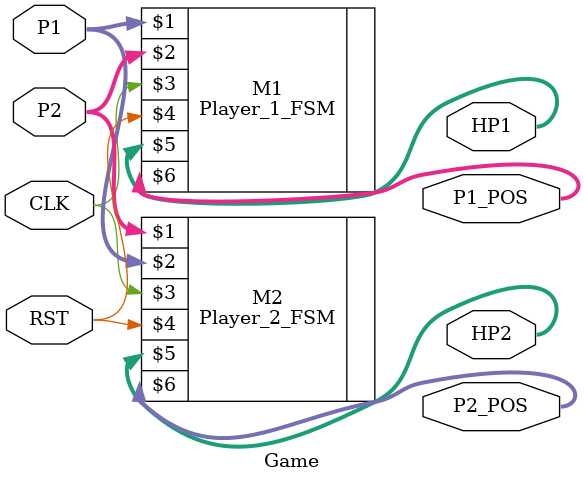
<source format=v>
`timescale 1ns/1ps
`include "Player 2 FSM.v"
`include "Player 1 FSM.v"

module Game (
    input [5:0] P1,
    input [5:0] P2,
    input CLK,
    input RST,
    output [1:0] HP1,
    output [1:0] HP2,
    output [2:0] P1_POS,
    output [2:0] P2_POS
);

    Player_1_FSM M1(P1,P2,CLK,RST,HP1,P1_POS);
    Player_2_FSM M2(P2,P1,CLK,RST,HP2,P2_POS);

endmodule
</source>
